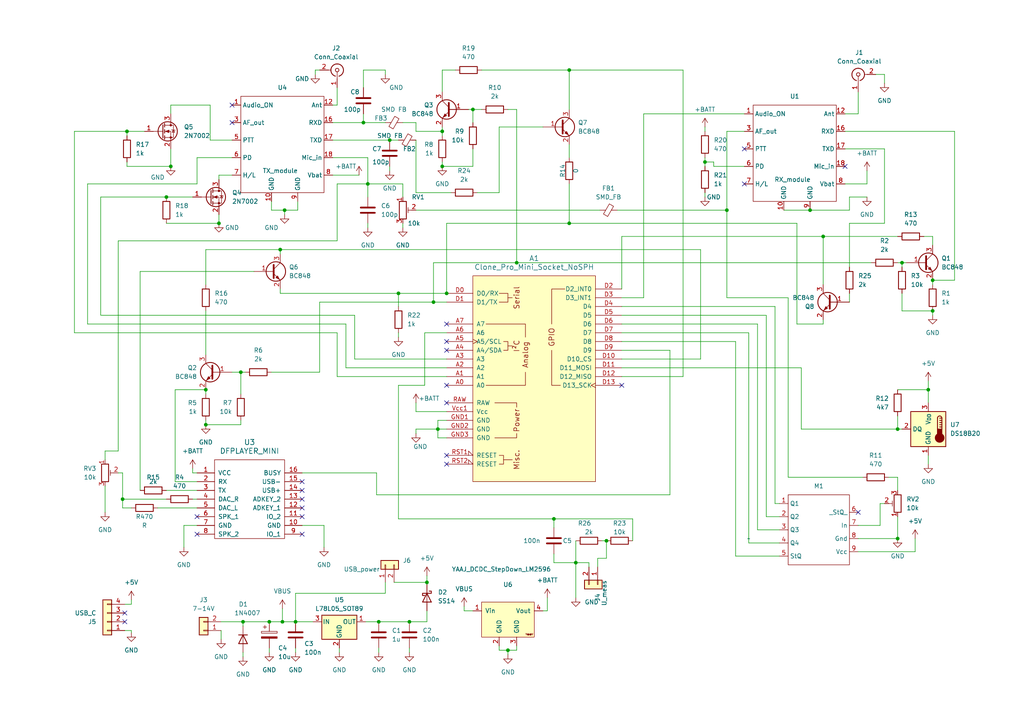
<source format=kicad_sch>
(kicad_sch (version 20230121) (generator eeschema)
  (paper "A4")
  (lib_symbols
    (symbol "Connector:Conn_Coaxial" (pin_names (offset 1.016) hide)
      (property "Reference" "J" (at 0.254 3.048 0))
      (property "Value" "Conn_Coaxial" (at 2.921 0 90))
      (symbol "Conn_Coaxial_1_1"
        (pin passive line (at -5.08 0 0) (length 2.54) (name "In") (number "1"))
        (pin passive line (at 0 -5.08 90) (length 2.54) (name "Ext") (number "2"))
      )
    )
    (symbol "Connector_Generic:Conn_01x02" (pin_names (offset 1.016) hide)
      (property "Reference" "J" (at 0 2.54 0))
      (property "Value" "Conn_01x02" (at 0 -5.08 0))
      (symbol "Conn_01x02_1_1"
        (pin passive line (at -5.08 0 0) (length 3.81) (name "Pin_1") (number "1"))
        (pin passive line (at -5.08 -2.54 0) (length 3.81) (name "Pin_2") (number "2"))
      )
    )
    (symbol "Connector_Generic:Conn_01x04" (pin_names (offset 1.016) hide)
      (property "Reference" "J" (at 0 5.08 0))
      (property "Value" "Conn_01x04" (at 0 -7.62 0))
      (symbol "Conn_01x04_1_1"
        (pin passive line (at -5.08 2.54 0) (length 3.81) (name "Pin_1") (number "1"))
        (pin passive line (at -5.08 0 0) (length 3.81) (name "Pin_2") (number "2"))
        (pin passive line (at -5.08 -2.54 0) (length 3.81) (name "Pin_3") (number "3"))
        (pin passive line (at -5.08 -5.08 0) (length 3.81) (name "Pin_4") (number "4"))
      )
    )
    (symbol "Device:C" (pin_numbers hide) (pin_names (offset 0.254))
      (property "Reference" "C" (at 0.635 2.54 0))
      (property "Value" "C" (at 0.635 -2.54 0))
      (symbol "C_1_1"
        (pin passive line (at 0 3.81 270) (length 2.794) (name "~") (number "1"))
        (pin passive line (at 0 -3.81 90) (length 2.794) (name "~") (number "2"))
      )
    )
    (symbol "Device:C_Polarized" (pin_numbers hide) (pin_names (offset 0.254))
      (property "Reference" "C" (at 0.635 2.54 0))
      (property "Value" "C_Polarized" (at 0.635 -2.54 0))
      (symbol "C_Polarized_1_1"
        (pin passive line (at 0 3.81 270) (length 2.794) (name "~") (number "1"))
        (pin passive line (at 0 -3.81 90) (length 2.794) (name "~") (number "2"))
      )
    )
    (symbol "Device:D_Schottky" (pin_numbers hide) (pin_names (offset 1.016) hide)
      (property "Reference" "D" (at 0 2.54 0))
      (property "Value" "D_Schottky" (at 0 -2.54 0))
      (symbol "D_Schottky_1_1"
        (pin passive line (at -3.81 0 0) (length 2.54) (name "K") (number "1"))
        (pin passive line (at 3.81 0 180) (length 2.54) (name "A") (number "2"))
      )
    )
    (symbol "Device:FerriteBead_Small" (pin_numbers hide) (pin_names (offset 0))
      (property "Reference" "FB" (at 1.905 1.27 0))
      (property "Value" "FerriteBead_Small" (at 1.905 -1.27 0))
      (symbol "FerriteBead_Small_1_1"
        (pin passive line (at 0 2.54 270) (length 1.27) (name "~") (number "1"))
        (pin passive line (at 0 -2.54 90) (length 1.27) (name "~") (number "2"))
      )
    )
    (symbol "Device:R" (pin_numbers hide) (pin_names (offset 0))
      (property "Reference" "R" (at 2.032 0 90))
      (property "Value" "R" (at 0 0 90))
      (symbol "R_1_1"
        (pin passive line (at 0 3.81 270) (length 1.27) (name "~") (number "1"))
        (pin passive line (at 0 -3.81 90) (length 1.27) (name "~") (number "2"))
      )
    )
    (symbol "Device:R_Potentiometer_Trim" (pin_names (offset 1.016) hide)
      (property "Reference" "RV" (at -4.445 0 90))
      (property "Value" "R_Potentiometer_Trim" (at -2.54 0 90))
      (symbol "R_Potentiometer_Trim_1_1"
        (pin passive line (at 0 3.81 270) (length 1.27) (name "1") (number "1"))
        (pin passive line (at 3.81 0 180) (length 1.27) (name "2") (number "2"))
        (pin passive line (at 0 -3.81 90) (length 1.27) (name "3") (number "3"))
      )
    )
    (symbol "Diode:1N4007" (pin_numbers hide) (pin_names hide)
      (property "Reference" "D" (at 0 2.54 0))
      (property "Value" "1N4007" (at 0 -2.54 0))
      (symbol "1N4007_1_1"
        (pin passive line (at -3.81 0 0) (length 2.54) (name "K") (number "1"))
        (pin passive line (at 3.81 0 180) (length 2.54) (name "A") (number "2"))
      )
    )
    (symbol "PCM_arduino-library:Clone_Pro_Mini_Socket_NoSPH" (pin_names (offset 1.016))
      (property "Reference" "A" (at 0 36.83 0))
      (property "Value" "Clone_Pro_Mini_Socket_NoSPH" (at 0 33.02 0))
      (symbol "Clone_Pro_Mini_Socket_NoSPH_0_0"
        (text "Analog" (at -2.54 7.62 900) (effects (font (size 1.524 1.524))))
        (text "I²C" (at -5.08 10.16 900) (effects (font (size 1.524 1.524))))
        (text "Misc." (at -5.08 -22.86 900) (effects (font (size 1.524 1.524))))
        (text "Power" (at -5.08 -11.43 900) (effects (font (size 1.524 1.524))))
        (text "Serial" (at -5.08 24.13 900) (effects (font (size 1.524 1.524))))
      )
      (symbol "Clone_Pro_Mini_Socket_NoSPH_1_0"
        (text "GPIO" (at 5.08 12.7 900) (effects (font (size 1.524 1.524))))
      )
      (symbol "Clone_Pro_Mini_Socket_NoSPH_1_1"
        (pin bidirectional line (at -25.4 -1.27 0) (length 7.62) (name "A0") (number "A0"))
        (pin bidirectional line (at -25.4 1.27 0) (length 7.62) (name "A1") (number "A1"))
        (pin bidirectional line (at -25.4 3.81 0) (length 7.62) (name "A2") (number "A2"))
        (pin bidirectional line (at -25.4 6.35 0) (length 7.62) (name "A3") (number "A3"))
        (pin bidirectional line (at -25.4 8.89 0) (length 7.62) (name "A4/SDA") (number "A4"))
        (pin bidirectional clock (at -25.4 11.43 0) (length 7.62) (name "A5/SCL") (number "A5"))
        (pin input line (at -25.4 13.97 0) (length 7.62) (name "A6") (number "A6"))
        (pin input line (at -25.4 16.51 0) (length 7.62) (name "A7") (number "A7"))
        (pin bidirectional line (at -25.4 25.4 0) (length 7.62) (name "D0/RX") (number "D0"))
        (pin bidirectional line (at -25.4 22.86 0) (length 7.62) (name "D1/TX") (number "D1"))
        (pin bidirectional line (at 25.4 6.35 180) (length 7.62) (name "D10_CS") (number "D10"))
        (pin bidirectional line (at 25.4 3.81 180) (length 7.62) (name "D11_MOSI") (number "D11"))
        (pin bidirectional line (at 25.4 1.27 180) (length 7.62) (name "D12_MISO") (number "D12"))
        (pin bidirectional clock (at 25.4 -1.27 180) (length 7.62) (name "D13_SCK") (number "D13"))
        (pin bidirectional line (at 25.4 26.67 180) (length 7.62) (name "D2_INT0") (number "D2"))
        (pin bidirectional line (at 25.4 24.13 180) (length 7.62) (name "D3_INT1") (number "D3"))
        (pin bidirectional line (at 25.4 21.59 180) (length 7.62) (name "D4") (number "D4"))
        (pin bidirectional line (at 25.4 19.05 180) (length 7.62) (name "D5") (number "D5"))
        (pin bidirectional line (at 25.4 16.51 180) (length 7.62) (name "D6") (number "D6"))
        (pin bidirectional line (at 25.4 13.97 180) (length 7.62) (name "D7") (number "D7"))
        (pin bidirectional line (at 25.4 11.43 180) (length 7.62) (name "D8") (number "D8"))
        (pin bidirectional line (at 25.4 8.89 180) (length 7.62) (name "D9") (number "D9"))
        (pin power_in line (at -25.4 -11.43 0) (length 7.62) (name "GND") (number "GND1"))
        (pin power_in line (at -25.4 -13.97 0) (length 7.62) (name "GND") (number "GND2"))
        (pin power_in line (at -25.4 -16.51 0) (length 7.62) (name "GND") (number "GND3"))
        (pin power_in line (at -25.4 -6.35 0) (length 7.62) (name "RAW") (number "RAW"))
        (pin open_collector input_low (at -25.4 -21.59 0) (length 7.62) (name "RESET") (number "RST1"))
        (pin open_collector input_low (at -25.4 -24.13 0) (length 7.62) (name "RESET") (number "RST2"))
        (pin power_in line (at -25.4 -8.89 0) (length 7.62) (name "Vcc") (number "Vcc1"))
      )
    )
    (symbol "Regulator_Linear:L78L05_SOT89" (pin_names (offset 0.254))
      (property "Reference" "U" (at -3.81 3.175 0))
      (property "Value" "L78L05_SOT89" (at -0.635 3.175 0))
      (symbol "L78L05_SOT89_1_1"
        (pin power_out line (at 7.62 0 180) (length 2.54) (name "OUT") (number "1"))
        (pin power_in line (at 0 -7.62 90) (length 2.54) (name "GND") (number "2"))
        (pin power_in line (at -7.62 0 0) (length 2.54) (name "IN") (number "3"))
      )
    )
    (symbol "Sensor_Temperature:DS18B20"
      (property "Reference" "U" (at -3.81 6.35 0))
      (property "Value" "DS18B20" (at 6.35 6.35 0))
      (symbol "DS18B20_1_1"
        (pin power_in line (at 0 -7.62 90) (length 2.54) (name "GND") (number "1"))
        (pin bidirectional line (at 7.62 0 180) (length 2.54) (name "DQ") (number "2"))
        (pin power_in line (at 0 7.62 270) (length 2.54) (name "V_{DD}") (number "3"))
      )
    )
    (symbol "Transistor_BJT:BC848" (pin_names (offset 0) hide)
      (property "Reference" "Q" (at 5.08 1.905 0))
      (property "Value" "BC848" (at 5.08 0 0))
      (symbol "BC848_1_1"
        (pin input line (at -5.08 0 0) (length 5.715) (name "B") (number "1"))
        (pin passive line (at 2.54 -5.08 90) (length 2.54) (name "E") (number "2"))
        (pin passive line (at 2.54 5.08 270) (length 2.54) (name "C") (number "3"))
      )
    )
    (symbol "Transistor_FET:2N7002" (pin_names hide)
      (property "Reference" "Q" (at 5.08 1.905 0))
      (property "Value" "2N7002" (at 5.08 0 0))
      (symbol "2N7002_1_1"
        (pin input line (at -5.08 0 0) (length 2.54) (name "G") (number "1"))
        (pin passive line (at 2.54 -5.08 90) (length 2.54) (name "S") (number "2"))
        (pin passive line (at 2.54 5.08 270) (length 2.54) (name "D") (number "3"))
      )
    )
    (symbol "power:+5V" (power) (pin_names (offset 0))
      (property "Value" "+5V" (at 0 3.556 0))
      (symbol "+5V_1_1"
        (pin power_in line (at 0 0 90) (length 0) hide (name "+5V") (number "1"))
      )
    )
    (symbol "power:+BATT" (power) (pin_names (offset 0))
      (property "Value" "+BATT" (at 0 3.556 0))
      (symbol "+BATT_1_1"
        (pin power_in line (at 0 0 90) (length 0) hide (name "+BATT") (number "1"))
      )
    )
    (symbol "power:GND" (power) (pin_names (offset 0))
      (property "Value" "GND" (at 0 -3.81 0))
      (symbol "GND_1_1"
        (pin power_in line (at 0 0 270) (length 0) hide (name "GND") (number "1"))
      )
    )
    (symbol "power:VBUS" (power) (pin_names (offset 0))
      (property "Value" "VBUS" (at 0 3.81 0))
      (symbol "VBUS_1_1"
        (pin power_in line (at 0 0 90) (length 0) hide (name "VBUS") (number "1"))
      )
    )
    (symbol "user:DFPLAYER_MINI" (pin_names (offset 1.016))
      (property "Reference" "U" (at 0 -6.35 0))
      (property "Value" "DFPLAYER_MINI" (at 0 11.43 0))
      (symbol "DFPLAYER_MINI_1_1"
        (pin input line (at -15.24 8.89 0) (length 5.08) (name "VCC") (number "1"))
        (pin input line (at 15.24 -6.35 180) (length 5.08) (name "GND") (number "10"))
        (pin input line (at 15.24 -3.81 180) (length 5.08) (name "IO_2") (number "11"))
        (pin input line (at 15.24 -1.27 180) (length 5.08) (name "ADKEY_1") (number "12"))
        (pin input line (at 15.24 1.27 180) (length 5.08) (name "ADKEY_2") (number "13"))
        (pin input line (at 15.24 3.81 180) (length 5.08) (name "USB+") (number "14"))
        (pin input line (at 15.24 6.35 180) (length 5.08) (name "USB-") (number "15"))
        (pin input line (at 15.24 8.89 180) (length 5.08) (name "BUSY") (number "16"))
        (pin input line (at -15.24 6.35 0) (length 5.08) (name "RX") (number "2"))
        (pin input line (at -15.24 3.81 0) (length 5.08) (name "TX") (number "3"))
        (pin input line (at -15.24 1.27 0) (length 5.08) (name "DAC_R") (number "4"))
        (pin input line (at -15.24 -1.27 0) (length 5.08) (name "DAC_L") (number "5"))
        (pin input line (at -15.24 -3.81 0) (length 5.08) (name "SPK_1") (number "6"))
        (pin input line (at -15.24 -6.35 0) (length 5.08) (name "GND") (number "7"))
        (pin input line (at -15.24 -8.89 0) (length 5.08) (name "SPK_2") (number "8"))
        (pin input line (at 15.24 -8.89 180) (length 5.08) (name "IO_1") (number "9"))
      )
    )
    (symbol "user:DTMF_module"
      (property "Reference" "M" (at 1.27 0 0))
      (symbol "DTMF_module_1_1"
        (pin output line (at -10.16 7.62 0) (length 2.54) (name "Q1") (number "1"))
        (pin output line (at -10.16 3.81 0) (length 2.54) (name "Q2") (number "2"))
        (pin output line (at -10.16 0 0) (length 2.54) (name "Q3") (number "3"))
        (pin output line (at -10.16 -3.81 0) (length 2.54) (name "Q4") (number "4"))
        (pin output line (at -10.16 -7.62 0) (length 2.54) (name "StQ") (number "5"))
        (pin output line (at 12.7 5.08 180) (length 2.54) (name "_StQ_") (number "6"))
        (pin input line (at 12.7 1.27 180) (length 2.54) (name "In") (number "7"))
        (pin input line (at 12.7 -2.54 180) (length 2.54) (name "Gnd") (number "8"))
        (pin input line (at 12.7 -6.35 180) (length 2.54) (name "Vcc") (number "9"))
      )
    )
    (symbol "user:SA868"
      (property "Reference" "U" (at 0 0 0))
      (symbol "SA868_1_1"
        (pin input line (at -13.97 11.43 0) (length 2.54) (name "Audio_ON") (number "1"))
        (pin input line (at -2.54 -16.51 90) (length 2.54) (name "GND") (number "10"))
        (pin free line (at -1.27 3.81 90) (length 2.54) hide (name "NC") (number "11"))
        (pin output line (at 15.24 11.43 180) (length 2.54) (name "Ant") (number "12"))
        (pin free line (at 1.27 3.81 90) (length 2.54) hide (name "NC") (number "13"))
        (pin free line (at 3.81 3.81 90) (length 2.54) hide (name "NC") (number "14"))
        (pin free line (at 6.35 3.81 90) (length 2.54) hide (name "NC") (number "15"))
        (pin input line (at 15.24 6.35 180) (length 2.54) (name "RXD") (number "16"))
        (pin output line (at 15.24 1.27 180) (length 2.54) (name "TXD") (number "17"))
        (pin input line (at 15.24 -3.81 180) (length 2.54) (name "Mic_in") (number "18"))
        (pin free line (at -2.54 0 90) (length 2.54) hide (name "NC") (number "2"))
        (pin output line (at -13.97 6.35 0) (length 2.54) (name "AF_out") (number "3"))
        (pin free line (at -3.81 3.81 90) (length 2.54) hide (name "NC") (number "4"))
        (pin input line (at -13.97 1.27 0) (length 2.54) (name "PTT") (number "5"))
        (pin input line (at -13.97 -3.81 0) (length 2.54) (name "PD") (number "6"))
        (pin input line (at -13.97 -8.89 0) (length 2.54) (name "H/L") (number "7"))
        (pin input line (at 15.24 -8.89 180) (length 2.54) (name "Vbat") (number "8"))
        (pin input line (at 5.08 -16.51 90) (length 2.54) (name "GND") (number "9"))
      )
    )
    (symbol "user:YAAJ_DCDC_StepDown_LM2596" (pin_names (offset 1.016))
      (property "Reference" "U" (at -5.08 6.35 0))
      (property "Value" "YAAJ_DCDC_StepDown_LM2596" (at 0 11.43 0))
      (symbol "YAAJ_DCDC_StepDown_LM2596_1_1"
        (text "Y@@V" (at 6.1976 -4.2672 0) (effects (font (size 0.508 0.508))))
        (pin power_in line (at -10.16 2.54 0) (length 2.54) (name "Vin") (number "1"))
        (pin power_in line (at -2.54 -7.62 90) (length 2.54) (name "GND") (number "2"))
        (pin power_in line (at 2.54 -7.62 90) (length 2.54) (name "GND") (number "3"))
        (pin power_out line (at 10.16 2.54 180) (length 2.54) (name "Vout") (number "4"))
      )
    )
  )
  (junction (at 85.725 180.34))
  (junction (at 128.27 48.26))
  (junction (at 82.55 60.96))
  (junction (at 49.53 48.26))
  (junction (at 238.76 68.58))
  (junction (at 106.68 53.34))
  (junction (at 59.69 123.19))
  (junction (at 48.26 57.15))
  (junction (at 59.69 113.03))
  (junction (at 115.57 85.09))
  (junction (at 270.51 90.17))
  (junction (at 105.41 35.56))
  (junction (at 123.825 168.91))
  (junction (at 261.62 76.2))
  (junction (at 270.51 81.28))
  (junction (at 165.1 20.32))
  (junction (at 36.83 38.1))
  (junction (at 137.16 31.75))
  (junction (at 127 124.46))
  (junction (at 234.95 60.96))
  (junction (at 147.32 188.595))
  (junction (at 125.73 87.63))
  (junction (at 167.005 163.195))
  (junction (at 109.855 180.34))
  (junction (at 165.1 64.77))
  (junction (at 204.47 46.99))
  (junction (at 128.27 38.1))
  (junction (at 81.915 180.34))
  (junction (at 35.56 144.78))
  (junction (at 63.5 64.77))
  (junction (at 70.485 180.34))
  (junction (at 160.655 150.495))
  (junction (at 81.28 72.39))
  (junction (at 113.03 40.64))
  (junction (at 129.54 85.09))
  (junction (at 269.24 113.03))
  (junction (at 175.895 156.845))
  (junction (at 260.35 124.46))
  (junction (at 78.105 180.34))
  (junction (at 210.82 60.96))
  (junction (at 118.745 180.34))
  (junction (at 260.35 156.21))
  (junction (at 149.86 76.2))
  (junction (at 69.85 107.95))
  (no_connect (at 87.63 147.32))
  (no_connect (at 87.63 149.86))
  (no_connect (at 87.63 142.24))
  (no_connect (at 129.54 93.98))
  (no_connect (at 129.54 134.62))
  (no_connect (at 245.11 48.26))
  (no_connect (at 67.31 35.56))
  (no_connect (at 248.92 148.59))
  (no_connect (at 57.15 154.94))
  (no_connect (at 36.195 177.8))
  (no_connect (at 87.63 144.78))
  (no_connect (at 129.54 99.06))
  (no_connect (at 129.54 111.76))
  (no_connect (at 57.15 149.86))
  (no_connect (at 87.63 139.7))
  (no_connect (at 180.34 111.76))
  (no_connect (at 129.54 116.84))
  (no_connect (at 215.9 43.18))
  (no_connect (at 129.54 132.08))
  (no_connect (at 215.9 53.34))
  (no_connect (at 87.63 154.94))
  (no_connect (at 129.54 101.6))
  (no_connect (at 67.31 30.48))
  (no_connect (at 36.195 180.34))
  (wire (pts (xy 78.74 107.95) (xy 92.71 107.95)))
  (wire (pts (xy 144.78 188.595) (xy 147.32 188.595)))
  (wire (pts (xy 25.4 93.98) (xy 100.33 93.98)))
  (wire (pts (xy 116.84 53.34) (xy 116.84 57.15)))
  (wire (pts (xy 49.53 30.48) (xy 49.53 33.02)))
  (wire (pts (xy 219.71 93.98) (xy 219.71 153.67)))
  (wire (pts (xy 238.76 68.58) (xy 238.76 82.55)))
  (wire (pts (xy 129.54 121.92) (xy 127 121.92)))
  (wire (pts (xy 59.69 90.17) (xy 59.69 102.87)))
  (wire (pts (xy 78.74 58.42) (xy 78.74 60.96)))
  (wire (pts (xy 137.16 43.18) (xy 137.16 48.26)))
  (wire (pts (xy 109.22 137.16) (xy 109.22 143.51)))
  (wire (pts (xy 111.76 20.32) (xy 111.76 21.59)))
  (wire (pts (xy 120.65 116.84) (xy 120.65 119.38)))
  (wire (pts (xy 128.27 36.83) (xy 128.27 38.1)))
  (wire (pts (xy 134.62 177.165) (xy 137.16 177.165)))
  (wire (pts (xy 105.41 35.56) (xy 111.76 35.56)))
  (wire (pts (xy 183.515 156.845) (xy 183.515 150.495)))
  (wire (pts (xy 63.5 50.8) (xy 63.5 52.07)))
  (wire (pts (xy 213.36 161.29) (xy 226.06 161.29)))
  (wire (pts (xy 106.68 45.72) (xy 106.68 53.34)))
  (wire (pts (xy 120.65 55.88) (xy 130.81 55.88)))
  (wire (pts (xy 160.655 163.195) (xy 167.005 163.195)))
  (wire (pts (xy 129.54 109.22) (xy 97.79 109.22)))
  (wire (pts (xy 180.34 88.9) (xy 224.79 88.9)))
  (wire (pts (xy 123.825 167.005) (xy 123.825 168.91)))
  (wire (pts (xy 125.73 76.2) (xy 149.86 76.2)))
  (wire (pts (xy 246.38 77.47) (xy 246.38 64.77)))
  (wire (pts (xy 127 121.92) (xy 127 124.46)))
  (wire (pts (xy 180.34 68.58) (xy 180.34 83.82)))
  (wire (pts (xy 64.135 182.88) (xy 64.135 185.42)))
  (wire (pts (xy 118.745 187.96) (xy 118.745 189.23)))
  (wire (pts (xy 217.17 96.52) (xy 217.17 157.48)))
  (wire (pts (xy 120.65 119.38) (xy 129.54 119.38)))
  (wire (pts (xy 60.96 30.48) (xy 49.53 30.48)))
  (wire (pts (xy 50.8 139.7) (xy 57.15 139.7)))
  (wire (pts (xy 180.34 86.36) (xy 186.69 86.36)))
  (wire (pts (xy 113.03 40.64) (xy 115.57 40.64)))
  (wire (pts (xy 70.485 180.34) (xy 78.105 180.34)))
  (wire (pts (xy 147.32 188.595) (xy 147.32 189.865)))
  (wire (pts (xy 224.79 88.9) (xy 224.79 146.05)))
  (wire (pts (xy 270.51 81.28) (xy 270.51 82.55)))
  (wire (pts (xy 213.36 99.06) (xy 180.34 99.06)))
  (wire (pts (xy 86.36 60.96) (xy 86.36 58.42)))
  (wire (pts (xy 109.855 187.96) (xy 109.855 189.23)))
  (wire (pts (xy 81.28 72.39) (xy 81.28 73.66)))
  (wire (pts (xy 248.92 156.21) (xy 260.35 156.21)))
  (wire (pts (xy 245.11 38.1) (xy 276.86 38.1)))
  (wire (pts (xy 260.35 120.65) (xy 260.35 124.46)))
  (wire (pts (xy 128.27 46.99) (xy 128.27 48.26)))
  (wire (pts (xy 167.005 156.845) (xy 167.005 163.195)))
  (wire (pts (xy 115.57 85.09) (xy 115.57 88.9)))
  (wire (pts (xy 36.83 48.26) (xy 49.53 48.26)))
  (wire (pts (xy 203.2 72.39) (xy 203.2 104.14)))
  (wire (pts (xy 144.78 187.325) (xy 144.78 188.595)))
  (wire (pts (xy 255.27 146.05) (xy 255.27 152.4)))
  (wire (pts (xy 139.7 20.32) (xy 165.1 20.32)))
  (wire (pts (xy 138.43 55.88) (xy 144.78 55.88)))
  (wire (pts (xy 276.86 38.1) (xy 276.86 81.28)))
  (wire (pts (xy 147.32 188.595) (xy 149.86 188.595)))
  (wire (pts (xy 149.86 76.2) (xy 252.73 76.2)))
  (wire (pts (xy 246.38 57.15) (xy 246.38 60.96)))
  (wire (pts (xy 127 127) (xy 129.54 127)))
  (wire (pts (xy 78.74 60.96) (xy 82.55 60.96)))
  (wire (pts (xy 228.6 86.36) (xy 228.6 138.43)))
  (wire (pts (xy 115.57 85.09) (xy 129.54 85.09)))
  (wire (pts (xy 165.1 20.32) (xy 198.12 20.32)))
  (wire (pts (xy 55.88 144.78) (xy 57.15 144.78)))
  (wire (pts (xy 81.28 85.09) (xy 115.57 85.09)))
  (wire (pts (xy 38.1 175.26) (xy 38.1 173.99)))
  (wire (pts (xy 35.56 137.16) (xy 35.56 144.78)))
  (wire (pts (xy 67.31 40.64) (xy 60.96 40.64)))
  (wire (pts (xy 160.655 150.495) (xy 160.655 153.035)))
  (wire (pts (xy 123.19 111.76) (xy 123.19 96.52)))
  (wire (pts (xy 106.68 53.34) (xy 106.68 57.15)))
  (wire (pts (xy 81.28 83.82) (xy 81.28 85.09)))
  (wire (pts (xy 36.83 38.1) (xy 36.83 39.37)))
  (wire (pts (xy 269.24 110.49) (xy 269.24 113.03)))
  (wire (pts (xy 67.31 50.8) (xy 63.5 50.8)))
  (wire (pts (xy 226.06 157.48) (xy 217.17 157.48)))
  (wire (pts (xy 35.56 144.78) (xy 48.26 144.78)))
  (wire (pts (xy 246.38 64.77) (xy 256.54 64.77)))
  (wire (pts (xy 222.25 91.44) (xy 180.34 91.44)))
  (wire (pts (xy 40.64 78.74) (xy 73.66 78.74)))
  (wire (pts (xy 98.425 187.96) (xy 98.425 189.23)))
  (wire (pts (xy 48.26 142.24) (xy 57.15 142.24)))
  (wire (pts (xy 204.47 45.72) (xy 204.47 46.99)))
  (wire (pts (xy 105.41 25.4) (xy 105.41 20.32)))
  (wire (pts (xy 256.54 21.59) (xy 256.54 24.13)))
  (wire (pts (xy 165.1 64.77) (xy 231.14 64.77)))
  (wire (pts (xy 186.69 86.36) (xy 186.69 33.02)))
  (wire (pts (xy 228.6 138.43) (xy 250.19 138.43)))
  (wire (pts (xy 53.34 152.4) (xy 53.34 158.75)))
  (wire (pts (xy 269.24 132.08) (xy 269.24 134.62)))
  (wire (pts (xy 245.11 43.18) (xy 256.54 43.18)))
  (wire (pts (xy 70.485 180.34) (xy 70.485 181.61)))
  (wire (pts (xy 227.33 60.96) (xy 234.95 60.96)))
  (wire (pts (xy 246.38 60.96) (xy 234.95 60.96)))
  (wire (pts (xy 270.51 81.28) (xy 276.86 81.28)))
  (wire (pts (xy 81.28 72.39) (xy 203.2 72.39)))
  (wire (pts (xy 115.57 150.495) (xy 160.655 150.495)))
  (wire (pts (xy 144.78 36.83) (xy 157.48 36.83)))
  (wire (pts (xy 81.915 180.34) (xy 85.725 180.34)))
  (wire (pts (xy 109.855 180.34) (xy 118.745 180.34)))
  (wire (pts (xy 204.47 46.99) (xy 204.47 48.26)))
  (wire (pts (xy 128.27 38.1) (xy 120.65 38.1)))
  (wire (pts (xy 248.92 160.02) (xy 265.43 160.02)))
  (wire (pts (xy 248.92 33.02) (xy 245.11 33.02)))
  (wire (pts (xy 21.59 38.1) (xy 21.59 96.52)))
  (wire (pts (xy 97.79 69.85) (xy 34.29 69.85)))
  (wire (pts (xy 115.57 111.76) (xy 123.19 111.76)))
  (wire (pts (xy 147.32 31.75) (xy 149.86 31.75)))
  (wire (pts (xy 115.57 150.495) (xy 115.57 111.76)))
  (wire (pts (xy 96.52 50.8) (xy 104.14 50.8)))
  (wire (pts (xy 48.26 57.15) (xy 55.88 57.15)))
  (wire (pts (xy 144.78 36.83) (xy 144.78 55.88)))
  (wire (pts (xy 67.31 107.95) (xy 69.85 107.95)))
  (wire (pts (xy 97.79 109.22) (xy 97.79 96.52)))
  (wire (pts (xy 59.69 72.39) (xy 81.28 72.39)))
  (wire (pts (xy 137.16 31.75) (xy 137.16 35.56)))
  (wire (pts (xy 215.9 48.26) (xy 207.01 48.26)))
  (wire (pts (xy 226.06 149.86) (xy 222.25 149.86)))
  (wire (pts (xy 123.825 168.91) (xy 123.825 169.545)))
  (wire (pts (xy 158.75 177.165) (xy 157.48 177.165)))
  (wire (pts (xy 248.92 152.4) (xy 255.27 152.4)))
  (wire (pts (xy 113.03 48.26) (xy 113.03 49.53)))
  (wire (pts (xy 222.25 91.44) (xy 222.25 149.86)))
  (wire (pts (xy 179.07 60.96) (xy 210.82 60.96)))
  (wire (pts (xy 64.135 180.34) (xy 70.485 180.34)))
  (wire (pts (xy 238.76 93.98) (xy 231.14 93.98)))
  (wire (pts (xy 50.8 113.03) (xy 50.8 139.7)))
  (wire (pts (xy 92.71 20.32) (xy 91.44 20.32)))
  (wire (pts (xy 158.75 173.355) (xy 158.75 177.165)))
  (wire (pts (xy 82.55 60.96) (xy 86.36 60.96)))
  (wire (pts (xy 219.71 153.67) (xy 226.06 153.67)))
  (wire (pts (xy 92.71 87.63) (xy 92.71 107.95)))
  (wire (pts (xy 194.31 101.6) (xy 194.31 143.51)))
  (wire (pts (xy 85.725 180.34) (xy 90.805 180.34)))
  (wire (pts (xy 198.12 109.22) (xy 180.34 109.22)))
  (wire (pts (xy 173.355 161.925) (xy 175.895 161.925)))
  (wire (pts (xy 256.54 43.18) (xy 256.54 64.77)))
  (wire (pts (xy 100.33 106.68) (xy 129.54 106.68)))
  (wire (pts (xy 173.355 164.465) (xy 173.355 161.925)))
  (wire (pts (xy 270.51 90.17) (xy 270.51 91.44)))
  (wire (pts (xy 128.27 38.1) (xy 128.27 39.37)))
  (wire (pts (xy 260.35 149.86) (xy 260.35 156.21)))
  (wire (pts (xy 165.1 53.34) (xy 165.1 64.77)))
  (wire (pts (xy 55.88 137.16) (xy 55.88 135.89)))
  (wire (pts (xy 59.69 121.92) (xy 59.69 123.19)))
  (wire (pts (xy 87.63 137.16) (xy 109.22 137.16)))
  (wire (pts (xy 210.82 86.36) (xy 228.6 86.36)))
  (wire (pts (xy 36.83 38.1) (xy 21.59 38.1)))
  (wire (pts (xy 81.915 176.53) (xy 81.915 180.34)))
  (wire (pts (xy 106.68 64.77) (xy 106.68 66.04)))
  (wire (pts (xy 137.16 31.75) (xy 139.7 31.75)))
  (wire (pts (xy 59.69 72.39) (xy 59.69 82.55)))
  (wire (pts (xy 186.69 33.02) (xy 215.9 33.02)))
  (wire (pts (xy 260.35 124.46) (xy 261.62 124.46)))
  (wire (pts (xy 120.65 40.64) (xy 120.65 55.88)))
  (wire (pts (xy 204.47 55.88) (xy 204.47 57.15)))
  (wire (pts (xy 123.825 180.34) (xy 118.745 180.34)))
  (wire (pts (xy 175.895 161.925) (xy 175.895 156.845)))
  (wire (pts (xy 69.85 123.19) (xy 59.69 123.19)))
  (wire (pts (xy 69.85 107.95) (xy 69.85 114.3)))
  (wire (pts (xy 129.54 87.63) (xy 125.73 87.63)))
  (wire (pts (xy 116.84 64.77) (xy 116.84 66.04)))
  (wire (pts (xy 38.1 182.88) (xy 38.1 183.515)))
  (wire (pts (xy 82.55 60.96) (xy 82.55 62.23)))
  (wire (pts (xy 57.15 137.16) (xy 55.88 137.16)))
  (wire (pts (xy 106.045 180.34) (xy 109.855 180.34)))
  (wire (pts (xy 109.22 143.51) (xy 194.31 143.51)))
  (wire (pts (xy 125.73 76.2) (xy 125.73 87.63)))
  (wire (pts (xy 210.82 38.1) (xy 215.9 38.1)))
  (wire (pts (xy 29.21 57.15) (xy 48.26 57.15)))
  (wire (pts (xy 105.41 33.02) (xy 105.41 35.56)))
  (wire (pts (xy 251.46 53.34) (xy 251.46 49.53)))
  (wire (pts (xy 40.64 78.74) (xy 40.64 142.24)))
  (wire (pts (xy 57.15 53.34) (xy 25.4 53.34)))
  (wire (pts (xy 128.27 20.32) (xy 132.08 20.32)))
  (wire (pts (xy 238.76 92.71) (xy 238.76 93.98)))
  (wire (pts (xy 91.44 20.32) (xy 91.44 21.59)))
  (wire (pts (xy 57.15 45.72) (xy 57.15 53.34)))
  (wire (pts (xy 246.38 85.09) (xy 246.38 87.63)))
  (wire (pts (xy 70.485 189.23) (xy 70.485 190.5)))
  (wire (pts (xy 69.85 121.92) (xy 69.85 123.19)))
  (wire (pts (xy 36.195 182.88) (xy 38.1 182.88)))
  (wire (pts (xy 41.91 38.1) (xy 36.83 38.1)))
  (wire (pts (xy 57.15 152.4) (xy 53.34 152.4)))
  (wire (pts (xy 149.86 188.595) (xy 149.86 187.325)))
  (wire (pts (xy 261.62 85.09) (xy 261.62 90.17)))
  (wire (pts (xy 97.79 53.34) (xy 97.79 69.85)))
  (wire (pts (xy 29.21 91.44) (xy 102.87 91.44)))
  (wire (pts (xy 180.34 101.6) (xy 194.31 101.6)))
  (wire (pts (xy 246.38 57.15) (xy 251.46 57.15)))
  (wire (pts (xy 149.86 31.75) (xy 149.86 76.2)))
  (wire (pts (xy 48.26 64.77) (xy 63.5 64.77)))
  (wire (pts (xy 102.87 104.14) (xy 129.54 104.14)))
  (wire (pts (xy 30.48 133.35) (xy 30.48 130.81)))
  (wire (pts (xy 111.76 172.085) (xy 85.725 172.085)))
  (wire (pts (xy 261.62 90.17) (xy 270.51 90.17)))
  (wire (pts (xy 165.1 20.32) (xy 165.1 31.75)))
  (wire (pts (xy 127 124.46) (xy 129.54 124.46)))
  (wire (pts (xy 128.27 26.67) (xy 128.27 20.32)))
  (wire (pts (xy 165.1 41.91) (xy 165.1 45.72)))
  (wire (pts (xy 224.79 146.05) (xy 226.06 146.05)))
  (wire (pts (xy 261.62 76.2) (xy 261.62 77.47)))
  (wire (pts (xy 170.815 164.465) (xy 170.815 163.195)))
  (wire (pts (xy 34.29 130.81) (xy 34.29 69.85)))
  (wire (pts (xy 97.79 96.52) (xy 21.59 96.52)))
  (wire (pts (xy 129.54 64.77) (xy 129.54 85.09)))
  (wire (pts (xy 106.68 53.34) (xy 116.84 53.34)))
  (wire (pts (xy 135.89 31.75) (xy 137.16 31.75)))
  (wire (pts (xy 97.79 25.4) (xy 97.79 30.48)))
  (wire (pts (xy 231.14 93.98) (xy 231.14 64.77)))
  (wire (pts (xy 102.87 91.44) (xy 102.87 104.14)))
  (wire (pts (xy 160.655 160.655) (xy 160.655 163.195)))
  (wire (pts (xy 232.41 106.68) (xy 180.34 106.68)))
  (wire (pts (xy 269.24 113.03) (xy 260.35 113.03)))
  (wire (pts (xy 265.43 160.02) (xy 265.43 156.21)))
  (wire (pts (xy 49.53 43.18) (xy 49.53 48.26)))
  (wire (pts (xy 232.41 124.46) (xy 260.35 124.46)))
  (wire (pts (xy 210.82 38.1) (xy 210.82 60.96)))
  (wire (pts (xy 69.85 107.95) (xy 71.12 107.95)))
  (wire (pts (xy 105.41 20.32) (xy 111.76 20.32)))
  (wire (pts (xy 123.19 96.52) (xy 129.54 96.52)))
  (wire (pts (xy 36.195 175.26) (xy 38.1 175.26)))
  (wire (pts (xy 248.92 26.67) (xy 248.92 33.02)))
  (wire (pts (xy 120.65 124.46) (xy 120.65 125.73)))
  (wire (pts (xy 129.54 64.77) (xy 165.1 64.77)))
  (wire (pts (xy 116.84 35.56) (xy 120.65 35.56)))
  (wire (pts (xy 96.52 40.64) (xy 113.03 40.64)))
  (wire (pts (xy 180.34 104.14) (xy 203.2 104.14)))
  (wire (pts (xy 59.69 113.03) (xy 50.8 113.03)))
  (wire (pts (xy 204.47 36.83) (xy 204.47 38.1)))
  (wire (pts (xy 97.79 30.48) (xy 96.52 30.48)))
  (wire (pts (xy 127 124.46) (xy 120.65 124.46)))
  (wire (pts (xy 34.29 137.16) (xy 35.56 137.16)))
  (wire (pts (xy 25.4 93.98) (xy 25.4 53.34)))
  (wire (pts (xy 85.725 187.96) (xy 85.725 189.23)))
  (wire (pts (xy 198.12 20.32) (xy 198.12 109.22)))
  (wire (pts (xy 245.11 53.34) (xy 251.46 53.34)))
  (wire (pts (xy 180.34 93.98) (xy 219.71 93.98)))
  (wire (pts (xy 267.97 68.58) (xy 270.51 68.58)))
  (wire (pts (xy 120.65 38.1) (xy 120.65 35.56)))
  (wire (pts (xy 257.81 138.43) (xy 260.35 138.43)))
  (wire (pts (xy 125.73 87.63) (xy 92.71 87.63)))
  (wire (pts (xy 167.005 163.195) (xy 170.815 163.195)))
  (wire (pts (xy 137.16 48.26) (xy 128.27 48.26)))
  (wire (pts (xy 63.5 62.23) (xy 63.5 64.77)))
  (wire (pts (xy 96.52 45.72) (xy 106.68 45.72)))
  (wire (pts (xy 207.01 46.99) (xy 204.47 46.99)))
  (wire (pts (xy 30.48 140.97) (xy 30.48 148.59)))
  (wire (pts (xy 180.34 68.58) (xy 238.76 68.58)))
  (wire (pts (xy 45.72 147.32) (xy 57.15 147.32)))
  (wire (pts (xy 174.625 156.845) (xy 175.895 156.845)))
  (wire (pts (xy 35.56 144.78) (xy 35.56 147.32)))
  (wire (pts (xy 114.3 168.91) (xy 123.825 168.91)))
  (wire (pts (xy 238.76 68.58) (xy 260.35 68.58)))
  (wire (pts (xy 269.24 113.03) (xy 269.24 116.84)))
  (wire (pts (xy 180.34 96.52) (xy 217.17 96.52)))
  (wire (pts (xy 207.01 48.26) (xy 207.01 46.99)))
  (wire (pts (xy 120.65 60.96) (xy 173.99 60.96)))
  (wire (pts (xy 232.41 124.46) (xy 232.41 106.68)))
  (wire (pts (xy 97.79 53.34) (xy 106.68 53.34)))
  (wire (pts (xy 260.35 76.2) (xy 261.62 76.2)))
  (wire (pts (xy 213.36 99.06) (xy 213.36 161.29)))
  (wire (pts (xy 100.33 93.98) (xy 100.33 106.68)))
  (wire (pts (xy 127 124.46) (xy 127 127)))
  (wire (pts (xy 85.725 172.085) (xy 85.725 180.34)))
  (wire (pts (xy 78.105 187.96) (xy 78.105 189.23)))
  (wire (pts (xy 29.21 57.15) (xy 29.21 91.44)))
  (wire (pts (xy 60.96 40.64) (xy 60.96 30.48)))
  (wire (pts (xy 167.005 163.195) (xy 167.005 173.355)))
  (wire (pts (xy 111.76 168.91) (xy 111.76 172.085)))
  (wire (pts (xy 78.105 180.34) (xy 81.915 180.34)))
  (wire (pts (xy 254 21.59) (xy 256.54 21.59)))
  (wire (pts (xy 59.69 113.03) (xy 59.69 114.3)))
  (wire (pts (xy 35.56 147.32) (xy 38.1 147.32)))
  (wire (pts (xy 270.51 68.58) (xy 270.51 71.12)))
  (wire (pts (xy 160.655 150.495) (xy 183.515 150.495)))
  (wire (pts (xy 87.63 152.4) (xy 93.98 152.4)))
  (wire (pts (xy 260.35 138.43) (xy 260.35 142.24)))
  (wire (pts (xy 115.57 96.52) (xy 115.57 97.79)))
  (wire (pts (xy 210.82 60.96) (xy 210.82 86.36)))
  (wire (pts (xy 67.31 45.72) (xy 57.15 45.72)))
  (wire (pts (xy 123.825 177.165) (xy 123.825 180.34)))
  (wire (pts (xy 256.54 146.05) (xy 255.27 146.05)))
  (wire (pts (xy 96.52 35.56) (xy 105.41 35.56)))
  (wire (pts (xy 134.62 175.895) (xy 134.62 177.165)))
  (wire (pts (xy 36.83 46.99) (xy 36.83 48.26)))
  (wire (pts (xy 261.62 76.2) (xy 262.89 76.2)))
  (wire (pts (xy 93.98 152.4) (xy 93.98 158.75)))
  (wire (pts (xy 30.48 130.81) (xy 34.29 130.81)))
  (symbol (lib_id "Device:R") (at 264.16 68.58 90) (unit 1)
    (property "Reference" "R13" (at 264.16 62.23 90))
    (property "Value" "470" (at 264.16 64.77 90))
    (property "Footprint" "Resistor_SMD:R_1206_3216Metric_Pad1.30x1.75mm_HandSolder" (effects hide))
  )
  (symbol (lib_id "Device:R") (at 254 138.43 90) (unit 1)
    (property "Reference" "R11" (at 254 132.08 90))
    (property "Value" "470" (at 254 134.62 90))
    (property "Footprint" "Resistor_SMD:R_1206_3216Metric_Pad1.30x1.75mm_HandSolder" (effects hide))
  )
  (symbol (lib_id "power:VBUS") (at 134.62 175.895 0) (unit 1)
    (property "Reference" "#PWR013" (effects hide))
    (property "Value" "VBUS" (at 134.62 170.815 0))
  )
  (symbol (lib_id "user:YAAJ_DCDC_StepDown_LM2596") (at 147.32 179.705 0) (unit 1)
    (property "Reference" "U6" (at 147.32 169.545 0))
    (property "Value" "YAAJ_DCDC_StepDown_LM2596" (at 145.415 165.1 0))
    (property "Footprint" "user:YAAJ_DCDC_StepDown_LM2596" (effects hide))
  )
  (symbol (lib_id "Sensor_Temperature:DS18B20") (at 269.24 124.46 0) (mirror y) (unit 1)
    (property "Reference" "U7" (at 275.59 123.19 0) (effects (justify right)))
    (property "Value" "DS18B20" (at 275.59 125.73 0) (effects (justify right)))
    (property "Footprint" "Package_TO_SOT_THT:TO-92" (effects hide))
    (property "Datasheet" "http://datasheets.maximintegrated.com/en/ds/DS18B20.pdf" (effects hide))
  )
  (symbol (lib_id "Transistor_BJT:BC848") (at 130.81 31.75 0) (mirror y) (unit 1)
    (property "Reference" "Q3" (at 125.73 30.48 0) (effects (justify left)))
    (property "Value" "BC848" (at 125.73 33.02 0) (effects (justify left)))
    (property "Footprint" "Package_TO_SOT_SMD:SOT-23" (effects hide))
    (property "Datasheet" "http://www.infineon.com/dgdl/Infineon-BC847SERIES_BC848SERIES_BC849SERIES_BC850SERIES-DS-v01_01-en.pdf?fileId=db3a304314dca389011541d4630a1657" (effects hide))
  )
  (symbol (lib_id "power:+5V") (at 265.43 156.21 0) (unit 1)
    (property "Reference" "#PWR06" (effects hide))
    (property "Value" "+5V" (at 265.43 151.13 0))
  )
  (symbol (lib_id "Device:C") (at 160.655 156.845 0) (unit 1)
    (property "Reference" "C5" (at 163.195 156.845 0) (effects (justify left)))
    (property "Value" "100n" (at 151.765 156.845 0) (effects (justify left)))
    (property "Footprint" "Capacitor_SMD:C_1206_3216Metric_Pad1.33x1.80mm_HandSolder" (effects hide))
  )
  (symbol (lib_id "power:GND") (at 251.46 57.15 0) (unit 1)
    (property "Reference" "#PWR01" (effects hide))
    (property "Value" "GND" (at 251.46 62.23 0))
  )
  (symbol (lib_id "Device:R") (at 135.89 20.32 90) (unit 1)
    (property "Reference" "R19" (at 135.89 13.97 90))
    (property "Value" "470" (at 135.89 16.51 90))
    (property "Footprint" "Resistor_SMD:R_1206_3216Metric_Pad1.30x1.75mm_HandSolder" (effects hide))
  )
  (symbol (lib_id "Transistor_BJT:BC848") (at 162.56 36.83 0) (unit 1)
    (property "Reference" "Q7" (at 167.64 35.56 0) (effects (justify left)))
    (property "Value" "BC848" (at 167.64 38.1 0) (effects (justify left)))
    (property "Footprint" "Package_TO_SOT_SMD:SOT-23" (effects hide))
    (property "Datasheet" "http://www.infineon.com/dgdl/Infineon-BC847SERIES_BC848SERIES_BC849SERIES_BC850SERIES-DS-v01_01-en.pdf?fileId=db3a304314dca389011541d4630a1657" (effects hide))
  )
  (symbol (lib_id "power:GND") (at 256.54 24.13 0) (unit 1)
    (property "Reference" "#PWR02" (effects hide))
    (property "Value" "GND" (at 256.54 29.21 0))
  )
  (symbol (lib_id "Device:R") (at 134.62 55.88 270) (unit 1)
    (property "Reference" "R24" (at 134.62 49.53 90))
    (property "Value" "2k" (at 134.62 52.07 90))
    (property "Footprint" "Resistor_SMD:R_1206_3216Metric_Pad1.30x1.75mm_HandSolder" (effects hide))
  )
  (symbol (lib_id "Transistor_BJT:BC848") (at 267.97 76.2 0) (unit 1)
    (property "Reference" "Q1" (at 273.05 74.93 0) (effects (justify left)))
    (property "Value" "BC848" (at 273.05 77.47 0) (effects (justify left)))
    (property "Footprint" "Package_TO_SOT_SMD:SOT-23" (effects hide))
    (property "Datasheet" "http://www.infineon.com/dgdl/Infineon-BC847SERIES_BC848SERIES_BC849SERIES_BC850SERIES-DS-v01_01-en.pdf?fileId=db3a304314dca389011541d4630a1657" (effects hide))
  )
  (symbol (lib_id "Device:R") (at 48.26 60.96 0) (unit 1)
    (property "Reference" "R18" (at 50.8 59.69 0) (effects (justify left)))
    (property "Value" "1k" (at 50.8 62.23 0) (effects (justify left)))
    (property "Footprint" "Resistor_SMD:R_1206_3216Metric_Pad1.30x1.75mm_HandSolder" (effects hide))
  )
  (symbol (lib_id "Device:R") (at 36.83 43.18 0) (unit 1)
    (property "Reference" "R17" (at 39.37 41.91 0) (effects (justify left)))
    (property "Value" "1k" (at 39.37 44.45 0) (effects (justify left)))
    (property "Footprint" "Resistor_SMD:R_1206_3216Metric_Pad1.30x1.75mm_HandSolder" (effects hide))
  )
  (symbol (lib_id "power:+BATT") (at 104.14 50.8 0) (unit 1)
    (property "Reference" "#PWR017" (effects hide))
    (property "Value" "+BATT" (at 100.33 48.26 0))
  )
  (symbol (lib_id "power:GND") (at 85.725 189.23 0) (unit 1)
    (property "Reference" "#PWR024" (effects hide))
    (property "Value" "GND" (at 85.725 194.31 0))
  )
  (symbol (lib_id "Transistor_FET:2N7002") (at 60.96 57.15 0) (unit 1)
    (property "Reference" "Q4" (at 67.31 55.88 0) (effects (justify left)))
    (property "Value" "2N7002" (at 67.31 58.42 0) (effects (justify left)))
    (property "Footprint" "Package_TO_SOT_SMD:SOT-23" (effects hide))
    (property "Datasheet" "https://www.onsemi.com/pub/Collateral/NDS7002A-D.PDF" (effects hide))
  )
  (symbol (lib_id "power:GND") (at 106.68 66.04 0) (unit 1)
    (property "Reference" "#PWR039" (effects hide))
    (property "Value" "GND" (at 106.68 71.12 0))
  )
  (symbol (lib_id "Device:D_Schottky") (at 123.825 173.355 270) (unit 1)
    (property "Reference" "D2" (at 127 171.7675 90) (effects (justify left)))
    (property "Value" "SS14" (at 127 174.3075 90) (effects (justify left)))
    (property "Footprint" "Diode_SMD:D_SMB_Handsoldering" (effects hide))
  )
  (symbol (lib_id "Device:R") (at 261.62 81.28 0) (unit 1)
    (property "Reference" "R3" (at 264.16 80.01 0) (effects (justify left)))
    (property "Value" "10k" (at 264.16 82.55 0) (effects (justify left)))
    (property "Footprint" "Resistor_SMD:R_1206_3216Metric_Pad1.30x1.75mm_HandSolder" (effects hide))
  )
  (symbol (lib_id "power:+BATT") (at 204.47 36.83 0) (unit 1)
    (property "Reference" "#PWR035" (effects hide))
    (property "Value" "+BATT" (at 204.47 31.75 0))
  )
  (symbol (lib_id "power:+5V") (at 38.1 173.99 0) (unit 1)
    (property "Reference" "#PWR043" (effects hide))
    (property "Value" "+5V" (at 38.1 168.91 0))
  )
  (symbol (lib_id "power:GND") (at 269.24 134.62 0) (mirror y) (unit 1)
    (property "Reference" "#PWR030" (effects hide))
    (property "Value" "GND" (at 269.24 139.7 0))
  )
  (symbol (lib_id "Connector_Generic:Conn_01x02") (at 59.055 182.88 180) (unit 1)
    (property "Reference" "J3" (at 59.055 173.99 0))
    (property "Value" "7-14V" (at 59.055 176.53 0))
    (property "Footprint" "Connector_Wago:Wago_734-132_1x02_P3.50mm_Vertical" (effects hide))
  )
  (symbol (lib_id "power:GND") (at 38.1 183.515 0) (unit 1)
    (property "Reference" "#PWR042" (effects hide))
    (property "Value" "GND" (at 38.1 188.595 0))
  )
  (symbol (lib_id "Transistor_FET:2N7002") (at 46.99 38.1 0) (unit 1)
    (property "Reference" "Q5" (at 53.34 36.83 0) (effects (justify left)))
    (property "Value" "2N7002" (at 53.34 39.37 0) (effects (justify left)))
    (property "Footprint" "Package_TO_SOT_SMD:SOT-23" (effects hide))
    (property "Datasheet" "https://www.onsemi.com/pub/Collateral/NDS7002A-D.PDF" (effects hide))
  )
  (symbol (lib_id "power:GND") (at 260.35 156.21 0) (unit 1)
    (property "Reference" "#PWR04" (effects hide))
    (property "Value" "GND" (at 260.35 161.29 0))
  )
  (symbol (lib_id "power:+5V") (at 269.24 110.49 0) (mirror y) (unit 1)
    (property "Reference" "#PWR031" (effects hide))
    (property "Value" "+5V" (at 269.24 105.41 0))
  )
  (symbol (lib_id "Connector_Generic:Conn_01x02") (at 111.76 163.83 90) (unit 1)
    (property "Reference" "J6" (at 116.84 162.56 90) (effects (justify right)))
    (property "Value" "USB_power" (at 99.695 165.1 90) (effects (justify right)))
    (property "Footprint" "Connector_PinHeader_2.54mm:PinHeader_1x02_P2.54mm_Vertical" (effects hide))
  )
  (symbol (lib_id "Device:R") (at 41.91 147.32 90) (unit 1)
    (property "Reference" "R470" (at 41.91 149.86 90))
    (property "Value" "R" (at 41.91 152.4 90))
    (property "Footprint" "Resistor_SMD:R_1206_3216Metric_Pad1.30x1.75mm_HandSolder" (effects hide))
  )
  (symbol (lib_id "Device:R") (at 270.51 86.36 0) (unit 1)
    (property "Reference" "R1" (at 273.05 85.09 0) (effects (justify left)))
    (property "Value" "1k" (at 273.05 87.63 0) (effects (justify left)))
    (property "Footprint" "Resistor_SMD:R_1206_3216Metric_Pad1.30x1.75mm_HandSolder" (effects hide))
  )
  (symbol (lib_id "Connector:Conn_Coaxial") (at 248.92 21.59 90) (unit 1)
    (property "Reference" "J1" (at 249.2132 15.24 90))
    (property "Value" "Conn_Coaxial" (at 249.2132 17.78 90))
    (property "Footprint" "Connector_Coaxial:SMA_Samtec_SMA-J-P-X-ST-EM1_EdgeMount" (effects hide))
    (property "Datasheet" " ~" (effects hide))
  )
  (symbol (lib_id "Device:R") (at 256.54 76.2 90) (unit 1)
    (property "Reference" "R2" (at 256.54 69.85 90))
    (property "Value" "2k" (at 256.54 72.39 90))
    (property "Footprint" "Resistor_SMD:R_1206_3216Metric_Pad1.30x1.75mm_HandSolder" (effects hide))
  )
  (symbol (lib_id "power:GND") (at 98.425 189.23 0) (unit 1)
    (property "Reference" "#PWR021" (effects hide))
    (property "Value" "GND" (at 98.425 194.31 0))
  )
  (symbol (lib_id "Transistor_BJT:BC848") (at 62.23 107.95 0) (mirror y) (unit 1)
    (property "Reference" "Q2" (at 57.15 106.68 0) (effects (justify left)))
    (property "Value" "BC848" (at 57.15 109.22 0) (effects (justify left)))
    (property "Footprint" "Package_TO_SOT_SMD:SOT-23" (effects hide))
    (property "Datasheet" "http://www.infineon.com/dgdl/Infineon-BC847SERIES_BC848SERIES_BC849SERIES_BC850SERIES-DS-v01_01-en.pdf?fileId=db3a304314dca389011541d4630a1657" (effects hide))
  )
  (symbol (lib_id "Connector:Conn_Coaxial") (at 97.79 20.32 270) (mirror x) (unit 1)
    (property "Reference" "J2" (at 97.4968 13.97 90))
    (property "Value" "Conn_Coaxial" (at 97.4968 16.51 90))
    (property "Footprint" "Connector_Coaxial:SMA_Samtec_SMA-J-P-X-ST-EM1_EdgeMount" (effects hide))
    (property "Datasheet" " ~" (effects hide))
  )
  (symbol (lib_id "power:+BATT") (at 55.88 135.89 0) (unit 1)
    (property "Reference" "#PWR010" (effects hide))
    (property "Value" "+BATT" (at 55.88 130.81 0))
  )
  (symbol (lib_id "power:GND") (at 113.03 49.53 0) (unit 1)
    (property "Reference" "#PWR040" (effects hide))
    (property "Value" "GND" (at 113.03 54.61 0))
  )
  (symbol (lib_id "user:SA868") (at 81.28 41.91 0) (unit 1)
    (property "Reference" "U4" (at 81.915 25.4 0))
    (property "Value" "TX_module" (at 81.28 49.53 0))
    (property "Footprint" "user:DRA818" (effects hide))
  )
  (symbol (lib_id "power:GND") (at 147.32 189.865 0) (unit 1)
    (property "Reference" "#PWR027" (effects hide))
    (property "Value" "GND" (at 147.32 194.945 0))
  )
  (symbol (lib_id "user:SA868") (at 229.87 44.45 0) (unit 1)
    (property "Reference" "U1" (at 230.505 27.94 0))
    (property "Value" "RX_module" (at 229.87 52.07 0))
    (property "Footprint" "user:DRA818" (effects hide))
  )
  (symbol (lib_id "power:GND") (at 59.69 123.19 0) (mirror y) (unit 1)
    (property "Reference" "#PWR07" (effects hide))
    (property "Value" "GND" (at 59.69 128.27 0))
  )
  (symbol (lib_id "power:GND") (at 111.76 21.59 0) (unit 1)
    (property "Reference" "#PWR041" (effects hide))
    (property "Value" "GND" (at 114.935 25.4 0))
  )
  (symbol (lib_id "Device:FerriteBead_Small") (at 118.11 40.64 90) (unit 1)
    (property "Reference" "FB2" (at 120.65 43.18 90) (effects (justify left)))
    (property "Value" "SMD FB" (at 116.84 39.37 90) (effects (justify left)))
    (property "Footprint" "Inductor_SMD:L_1206_3216Metric" (effects hide))
  )
  (symbol (lib_id "Device:FerriteBead_Small") (at 176.53 60.96 90) (unit 1)
    (property "Reference" "FB1" (at 176.4919 54.61 90))
    (property "Value" "SMD_FB" (at 176.4919 57.15 90))
    (property "Footprint" "Inductor_SMD:L_1206_3216Metric" (effects hide))
  )
  (symbol (lib_id "user:DFPLAYER_MINI") (at 72.39 146.05 0) (unit 1)
    (property "Reference" "U3" (at 72.39 128.27 0) (effects (font (size 1.524 1.524))))
    (property "Value" "DFPLAYER_MINI" (at 72.39 130.81 0) (effects (font (size 1.524 1.524))))
    (property "Footprint" "user:DFPlayer_V2" (effects hide))
  )
  (symbol (lib_id "Device:C") (at 118.745 184.15 0) (unit 1)
    (property "Reference" "C2" (at 122.555 182.88 0) (effects (justify left)))
    (property "Value" "100n" (at 122.555 185.42 0) (effects (justify left)))
    (property "Footprint" "Capacitor_SMD:C_1206_3216Metric_Pad1.33x1.80mm_HandSolder" (effects hide))
  )
  (symbol (lib_id "power:GND") (at 167.005 173.355 0) (unit 1)
    (property "Reference" "#PWR011" (effects hide))
    (property "Value" "GND" (at 169.545 174.625 0) (effects (justify left)))
  )
  (symbol (lib_id "Regulator_Linear:L78L05_SOT89") (at 98.425 180.34 0) (unit 1)
    (property "Reference" "U5" (at 98.425 173.99 0))
    (property "Value" "L78L05_SOT89" (at 98.425 176.53 0))
    (property "Footprint" "Package_TO_SOT_SMD:SOT-89-3" (effects hide))
    (property "Datasheet" "http://www.st.com/content/ccc/resource/technical/document/datasheet/15/55/e5/aa/23/5b/43/fd/CD00000446.pdf/files/CD00000446.pdf/jcr:content/translations/en.CD00000446.pdf" (effects hide))
  )
  (symbol (lib_id "Device:R") (at 204.47 41.91 0) (unit 1)
    (property "Reference" "R20" (at 207.01 40.64 0) (effects (justify left)))
    (property "Value" "470" (at 207.01 43.18 0) (effects (justify left)))
    (property "Footprint" "Resistor_SMD:R_1206_3216Metric_Pad1.30x1.75mm_HandSolder" (effects hide))
  )
  (symbol (lib_id "power:+BATT") (at 158.75 173.355 0) (unit 1)
    (property "Reference" "#PWR028" (effects hide))
    (property "Value" "+BATT" (at 158.75 168.275 0))
  )
  (symbol (lib_id "power:GND") (at 128.27 48.26 0) (mirror y) (unit 1)
    (property "Reference" "#PWR015" (effects hide))
    (property "Value" "GND" (at 128.27 53.34 0))
  )
  (symbol (lib_id "Device:R") (at 170.815 156.845 90) (unit 1)
    (property "Reference" "R26" (at 169.545 151.765 90))
    (property "Value" "2k" (at 170.815 154.305 90))
    (property "Footprint" "Resistor_SMD:R_1206_3216Metric_Pad1.30x1.75mm_HandSolder" (effects hide))
  )
  (symbol (lib_id "power:GND") (at 91.44 21.59 0) (unit 1)
    (property "Reference" "#PWR014" (effects hide))
    (property "Value" "GND" (at 87.63 22.86 0))
  )
  (symbol (lib_id "power:GND") (at 63.5 64.77 0) (unit 1)
    (property "Reference" "#PWR029" (effects hide))
    (property "Value" "GND" (at 67.31 66.04 0))
  )
  (symbol (lib_id "Device:R") (at 179.705 156.845 90) (unit 1)
    (property "Reference" "R23" (at 179.705 151.765 90))
    (property "Value" "10k" (at 179.705 154.305 90))
    (property "Footprint" "Resistor_SMD:R_1206_3216Metric_Pad1.30x1.75mm_HandSolder" (effects hide))
  )
  (symbol (lib_id "Device:R") (at 260.35 116.84 0) (mirror y) (unit 1)
    (property "Reference" "R12" (at 257.81 115.57 0) (effects (justify left)))
    (property "Value" "4k7" (at 257.81 118.11 0) (effects (justify left)))
    (property "Footprint" "Resistor_SMD:R_1206_3216Metric_Pad1.30x1.75mm_HandSolder" (effects hide))
  )
  (symbol (lib_id "power:GND") (at 118.745 189.23 0) (unit 1)
    (property "Reference" "#PWR026" (effects hide))
    (property "Value" "GND" (at 118.745 194.31 0))
  )
  (symbol (lib_id "power:+5V") (at 123.825 167.005 0) (unit 1)
    (property "Reference" "#PWR022" (effects hide))
    (property "Value" "+5V" (at 123.825 161.925 0))
  )
  (symbol (lib_id "Device:C") (at 105.41 29.21 0) (unit 1)
    (property "Reference" "C8" (at 101.6 26.67 0) (effects (justify left)))
    (property "Value" "100p" (at 99.695 31.75 0) (effects (justify left)))
    (property "Footprint" "Capacitor_SMD:C_1206_3216Metric_Pad1.33x1.80mm_HandSolder" (effects hide))
  )
  (symbol (lib_id "power:GND") (at 115.57 97.79 0) (unit 1)
    (property "Reference" "#PWR037" (effects hide))
    (property "Value" "GND" (at 115.57 102.87 0))
  )
  (symbol (lib_id "Device:C") (at 106.68 60.96 0) (unit 1)
    (property "Reference" "C6" (at 110.49 59.69 0) (effects (justify left)))
    (property "Value" "100p" (at 110.49 62.23 0) (effects (justify left)))
    (property "Footprint" "Capacitor_SMD:C_1206_3216Metric_Pad1.33x1.80mm_HandSolder" (effects hide))
  )
  (symbol (lib_id "Device:C") (at 85.725 184.15 0) (unit 1)
    (property "Reference" "C3" (at 88.265 186.69 0) (effects (justify left)))
    (property "Value" "100n" (at 88.265 189.23 0) (effects (justify left)))
    (property "Footprint" "Capacitor_SMD:C_1206_3216Metric_Pad1.33x1.80mm_HandSolder" (effects hide))
  )
  (symbol (lib_id "Device:R") (at 74.93 107.95 270) (mirror x) (unit 1)
    (property "Reference" "R6" (at 74.93 101.6 90))
    (property "Value" "2k" (at 74.93 104.14 90))
    (property "Footprint" "Resistor_SMD:R_1206_3216Metric_Pad1.30x1.75mm_HandSolder" (effects hide))
  )
  (symbol (lib_id "Connector_Generic:Conn_01x04") (at 31.115 180.34 180) (unit 1)
    (property "Reference" "J5" (at 27.94 180.34 0) (effects (justify left)))
    (property "Value" "USB_C" (at 27.94 177.8 0) (effects (justify left)))
    (property "Footprint" "Connector_PinHeader_2.54mm:PinHeader_1x04_P2.54mm_Vertical" (effects hide))
  )
  (symbol (lib_id "Transistor_BJT:BC848") (at 241.3 87.63 0) (mirror y) (unit 1)
    (property "Reference" "Q8" (at 236.22 88.9 0) (effects (justify left)))
    (property "Value" "BC848" (at 236.22 86.36 0) (effects (justify left)))
    (property "Footprint" "Package_TO_SOT_SMD:SOT-23" (effects hide))
    (property "Datasheet" "http://www.infineon.com/dgdl/Infineon-BC847SERIES_BC848SERIES_BC849SERIES_BC850SERIES-DS-v01_01-en.pdf?fileId=db3a304314dca389011541d4630a1657" (effects hide))
  )
  (symbol (lib_id "Device:R") (at 52.07 144.78 90) (unit 1)
    (property "Reference" "R4" (at 52.07 138.43 90))
    (property "Value" "470" (at 52.07 140.97 90))
    (property "Footprint" "Resistor_SMD:R_1206_3216Metric_Pad1.30x1.75mm_HandSolder" (effects hide))
  )
  (symbol (lib_id "power:VBUS") (at 81.915 176.53 0) (unit 1)
    (property "Reference" "#PWR032" (effects hide))
    (property "Value" "VBUS" (at 81.915 171.45 0))
  )
  (symbol (lib_id "Device:R_Potentiometer_Trim") (at 30.48 137.16 0) (unit 1)
    (property "Reference" "RV3" (at 27.94 135.89 0) (effects (justify right)))
    (property "Value" "10k" (at 27.94 138.43 0) (effects (justify right)))
    (property "Footprint" "Potentiometer_SMD:Potentiometer_Bourns_3314S_Horizontal" (effects hide))
  )
  (symbol (lib_id "Device:C") (at 113.03 44.45 0) (unit 1)
    (property "Reference" "C7" (at 107.95 43.18 0) (effects (justify left)))
    (property "Value" "100p" (at 107.95 46.99 0) (effects (justify left)))
    (property "Footprint" "Capacitor_SMD:C_1206_3216Metric_Pad1.33x1.80mm_HandSolder" (effects hide))
  )
  (symbol (lib_id "Transistor_BJT:BC848") (at 78.74 78.74 0) (unit 1)
    (property "Reference" "Q6" (at 83.82 77.47 0) (effects (justify left)))
    (property "Value" "BC848" (at 83.82 80.01 0) (effects (justify left)))
    (property "Footprint" "Package_TO_SOT_SMD:SOT-23" (effects hide))
    (property "Datasheet" "http://www.infineon.com/dgdl/Infineon-BC847SERIES_BC848SERIES_BC849SERIES_BC850SERIES-DS-v01_01-en.pdf?fileId=db3a304314dca389011541d4630a1657" (effects hide))
  )
  (symbol (lib_id "Device:R_Potentiometer_Trim") (at 260.35 146.05 180) (unit 1)
    (property "Reference" "RV2" (at 262.89 144.78 0) (effects (justify right)))
    (property "Value" "10k" (at 262.89 147.32 0) (effects (justify right)))
    (property "Footprint" "Potentiometer_SMD:Potentiometer_Bourns_3314S_Horizontal" (effects hide))
  )
  (symbol (lib_id "power:GND") (at 270.51 91.44 0) (unit 1)
    (property "Reference" "#PWR05" (effects hide))
    (property "Value" "GND" (at 270.51 96.52 0))
  )
  (symbol (lib_id "Device:R") (at 128.27 43.18 0) (mirror y) (unit 1)
    (property "Reference" "R8" (at 125.73 41.91 0) (effects (justify left)))
    (property "Value" "1k" (at 125.73 44.45 0) (effects (justify left)))
    (property "Footprint" "Resistor_SMD:R_1206_3216Metric_Pad1.30x1.75mm_HandSolder" (effects hide))
  )
  (symbol (lib_id "power:+BATT") (at 120.65 116.84 0) (unit 1)
    (property "Reference" "#PWR033" (effects hide))
    (property "Value" "+BATT" (at 124.46 115.57 0))
  )
  (symbol (lib_id "PCM_arduino-library:Clone_Pro_Mini_Socket_NoSPH") (at 154.94 110.49 0) (unit 1)
    (property "Reference" "A1" (at 154.94 74.93 0) (effects (font (size 1.524 1.524))))
    (property "Value" "Clone_Pro_Mini_Socket_NoSPH" (at 154.94 77.47 0) (effects (font (size 1.524 1.524))))
    (property "Footprint" "PCM_arduino-library:Clone_Pro_Mini_Socket_NoSPH" (effects hide))
    (property "Datasheet" "https://www.addicore.com/Pro-Mini-p/ad249.htm" (effects hide))
  )
  (symbol (lib_id "Device:R") (at 246.38 81.28 0) (unit 1)
    (property "Reference" "R25" (at 248.92 80.01 0) (effects (justify left)))
    (property "Value" "2k" (at 248.92 82.55 0) (effects (justify left)))
    (property "Footprint" "Resistor_SMD:R_1206_3216Metric_Pad1.30x1.75mm_HandSolder" (effects hide))
  )
  (symbol (lib_id "Device:R_Potentiometer_Trim") (at 116.84 60.96 0) (unit 1)
    (property "Reference" "RV1" (at 123.19 57.15 0) (effects (justify right)))
    (property "Value" "10k" (at 121.92 64.77 0) (effects (justify right)))
    (property "Footprint" "Potentiometer_SMD:Potentiometer_Bourns_3314S_Horizontal" (effects hide))
  )
  (symbol (lib_id "Diode:1N4007") (at 70.485 185.42 270) (unit 1)
    (property "Reference" "D1" (at 69.215 175.26 90) (effects (justify left)))
    (property "Value" "1N4007" (at 67.945 177.8 90) (effects (justify left)))
    (property "Footprint" "Diode_SMD:D_SMB_Handsoldering" (effects hide))
    (property "Datasheet" "http://www.vishay.com/docs/88503/1n4001.pdf" (effects hide))
    (property "Sim.Device" "D" (effects hide))
    (property "Sim.Pins" "1=K 2=A" (effects hide))
  )
  (symbol (lib_id "power:GND") (at 78.105 189.23 0) (unit 1)
    (property "Reference" "#PWR023" (effects hide))
    (property "Value" "GND" (at 78.105 194.31 0))
  )
  (symbol (lib_id "power:GND") (at 49.53 48.26 0) (unit 1)
    (property "Reference" "#PWR034" (effects hide))
    (property "Value" "GND" (at 45.72 51.435 0))
  )
  (symbol (lib_id "power:GND") (at 64.135 185.42 0) (unit 1)
    (property "Reference" "#PWR020" (effects hide))
    (property "Value" "GND" (at 64.135 190.5 0))
  )
  (symbol (lib_id "power:GND") (at 109.855 189.23 0) (unit 1)
    (property "Reference" "#PWR025" (effects hide))
    (property "Value" "GND" (at 109.855 194.31 0))
  )
  (symbol (lib_id "Device:R") (at 69.85 118.11 0) (mirror y) (unit 1)
    (property "Reference" "R7" (at 67.31 116.84 0) (effects (justify left)))
    (property "Value" "10k" (at 67.31 119.38 0) (effects (justify left)))
    (property "Footprint" "Resistor_SMD:R_1206_3216Metric_Pad1.30x1.75mm_HandSolder" (effects hide))
  )
  (symbol (lib_id "Device:R") (at 204.47 52.07 0) (unit 1)
    (property "Reference" "R21" (at 207.01 50.8 0) (effects (justify left)))
    (property "Value" "1k" (at 207.01 53.34 0) (effects (justify left)))
    (property "Footprint" "Resistor_SMD:R_1206_3216Metric_Pad1.30x1.75mm_HandSolder" (effects hide))
  )
  (symbol (lib_id "Device:R") (at 115.57 92.71 0) (unit 1)
    (property "Reference" "R22" (at 118.11 91.44 0) (effects (justify left)))
    (property "Value" "1k" (at 118.11 93.98 0) (effects (justify left)))
    (property "Footprint" "Resistor_SMD:R_1206_3216Metric_Pad1.30x1.75mm_HandSolder" (effects hide))
  )
  (symbol (lib_id "Connector_Generic:Conn_01x02") (at 173.355 169.545 270) (unit 1)
    (property "Reference" "J4" (at 173.355 172.085 0) (effects (justify left)))
    (property "Value" "U_meas" (at 175.26 168.275 0) (effects (justify left)))
    (property "Footprint" "Connector_PinHeader_2.54mm:PinHeader_1x02_P2.54mm_Vertical" (effects hide))
  )
  (symbol (lib_id "power:+BATT") (at 251.46 49.53 0) (unit 1)
    (property "Reference" "#PWR03" (effects hide))
    (property "Value" "+BATT" (at 251.46 44.45 0))
  )
  (symbol (lib_id "power:GND") (at 93.98 158.75 0) (unit 1)
    (property "Reference" "#PWR08" (effects hide))
    (property "Value" "GND" (at 93.98 163.83 0))
  )
  (symbol (lib_id "power:GND") (at 120.65 125.73 0) (unit 1)
    (property "Reference" "#PWR012" (effects hide))
    (property "Value" "GND" (at 121.92 129.54 0))
  )
  (symbol (lib_id "Device:R") (at 59.69 86.36 0) (unit 1)
    (property "Reference" "R16" (at 62.23 85.09 0) (effects (justify left)))
    (property "Value" "470" (at 62.23 87.63 0) (effects (justify left)))
    (property "Footprint" "Resistor_SMD:R_1206_3216Metric_Pad1.30x1.75mm_HandSolder" (effects hide))
  )
  (symbol (lib_id "Device:R") (at 165.1 49.53 180) (unit 1)
    (property "Reference" "R14" (at 163.195 49.53 90))
    (property "Value" "0" (at 167.005 49.53 90))
    (property "Footprint" "Resistor_SMD:R_1206_3216Metric_Pad1.30x1.75mm_HandSolder" (effects hide))
  )
  (symbol (lib_id "Device:FerriteBead_Small") (at 114.3 35.56 90) (unit 1)
    (property "Reference" "FB3" (at 110.49 34.29 90))
    (property "Value" "SMD FB" (at 114.2619 31.75 90))
    (property "Footprint" "Inductor_SMD:L_1206_3216Metric" (effects hide))
  )
  (symbol (lib_id "power:GND") (at 70.485 190.5 0) (unit 1)
    (property "Reference" "#PWR038" (effects hide))
    (property "Value" "GND" (at 70.485 195.58 0))
  )
  (symbol (lib_id "power:GND") (at 53.34 158.75 0) (unit 1)
    (property "Reference" "#PWR09" (effects hide))
    (property "Value" "GND" (at 53.34 163.83 0))
  )
  (symbol (lib_id "Device:C") (at 109.855 184.15 0) (unit 1)
    (property "Reference" "C1" (at 113.665 182.88 0) (effects (justify left)))
    (property "Value" "1u" (at 113.665 185.42 0) (effects (justify left)))
    (property "Footprint" "Capacitor_SMD:C_1206_3216Metric_Pad1.33x1.80mm_HandSolder" (effects hide))
  )
  (symbol (lib_id "power:GND") (at 204.47 57.15 0) (unit 1)
    (property "Reference" "#PWR036" (effects hide))
    (property "Value" "GND" (at 207.01 57.15 0))
  )
  (symbol (lib_id "user:DTMF_module") (at 236.22 153.67 0) (unit 1)
    (property "Reference" "M1" (at 237.49 140.97 0))
    (property "Value" "~" (at 217.17 156.21 0))
    (property "Footprint" "user:mt8870_module" (effects hide))
  )
  (symbol (lib_id "Device:R") (at 44.45 142.24 90) (unit 1)
    (property "Reference" "R15" (at 44.45 138.43 90))
    (property "Value" "2k" (at 44.45 139.7 90))
    (property "Footprint" "Resistor_SMD:R_1206_3216Metric_Pad1.30x1.75mm_HandSolder" (effects hide))
  )
  (symbol (lib_id "Device:R") (at 59.69 118.11 0) (mirror y) (unit 1)
    (property "Reference" "R5" (at 57.15 116.84 0) (effects (justify left)))
    (property "Value" "1k" (at 57.15 119.38 0) (effects (justify left)))
    (property "Footprint" "Resistor_SMD:R_1206_3216Metric_Pad1.30x1.75mm_HandSolder" (effects hide))
  )
  (symbol (lib_id "Device:R") (at 143.51 31.75 270) (mirror x) (unit 1)
    (property "Reference" "R10" (at 143.51 25.4 90))
    (property "Value" "2k" (at 143.51 27.94 90))
    (property "Footprint" "Resistor_SMD:R_1206_3216Metric_Pad1.30x1.75mm_HandSolder" (effects hide))
  )
  (symbol (lib_id "power:GND") (at 30.48 148.59 0) (unit 1)
    (property "Reference" "#PWR019" (effects hide))
    (property "Value" "GND" (at 30.48 153.67 0))
  )
  (symbol (lib_id "Device:C_Polarized") (at 78.105 184.15 0) (unit 1)
    (property "Reference" "C4" (at 80.645 187.96 0) (effects (justify left)))
    (property "Value" "10u" (at 80.645 190.5 0) (effects (justify left)))
    (property "Footprint" "Capacitor_SMD:CP_Elec_6.3x3" (effects hide))
  )
  (symbol (lib_id "power:GND") (at 82.55 62.23 0) (unit 1)
    (property "Reference" "#PWR016" (effects hide))
    (property "Value" "GND" (at 78.74 66.04 0))
  )
  (symbol (lib_id "power:GND") (at 116.84 66.04 0) (unit 1)
    (property "Reference" "#PWR018" (effects hide))
    (property "Value" "GND" (at 116.84 71.12 0))
  )
  (symbol (lib_id "Device:R") (at 137.16 39.37 0) (mirror y) (unit 1)
    (property "Reference" "R9" (at 134.62 38.1 0) (effects (justify left)))
    (property "Value" "10k" (at 134.62 40.64 0) (effects (justify left)))
    (property "Footprint" "Resistor_SMD:R_1206_3216Metric_Pad1.30x1.75mm_HandSolder" (effects hide))
  )
)
</source>
